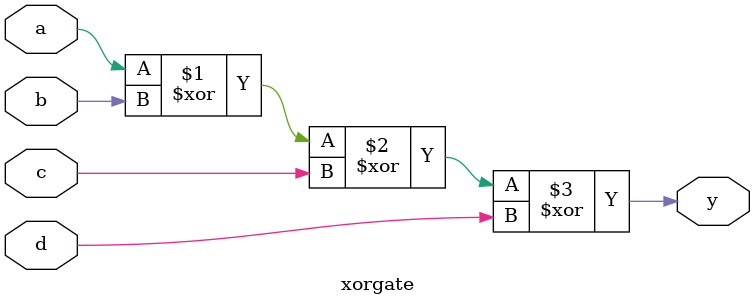
<source format=v>
module xorgate(
input wire  a,
input wire b,
input wire c,
input wire d,
output wire  y);

assign y=a ^ b ^ c ^ d;

endmodule

</source>
